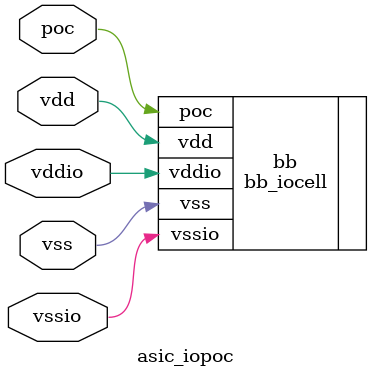
<source format=v>
module asic_iopoc #(
    parameter DIR = "NO",
    parameter TYPE = "SOFT"
) (
    inout vdd,
    inout vss,
    inout vddio,
    inout vssio,
    inout poc
);

bb_iocell bb (
    .vdd(vdd),
    .vss(vss),
    .vddio(vddio),
    .vssio(vssio),
    .poc(poc)
);

endmodule
</source>
